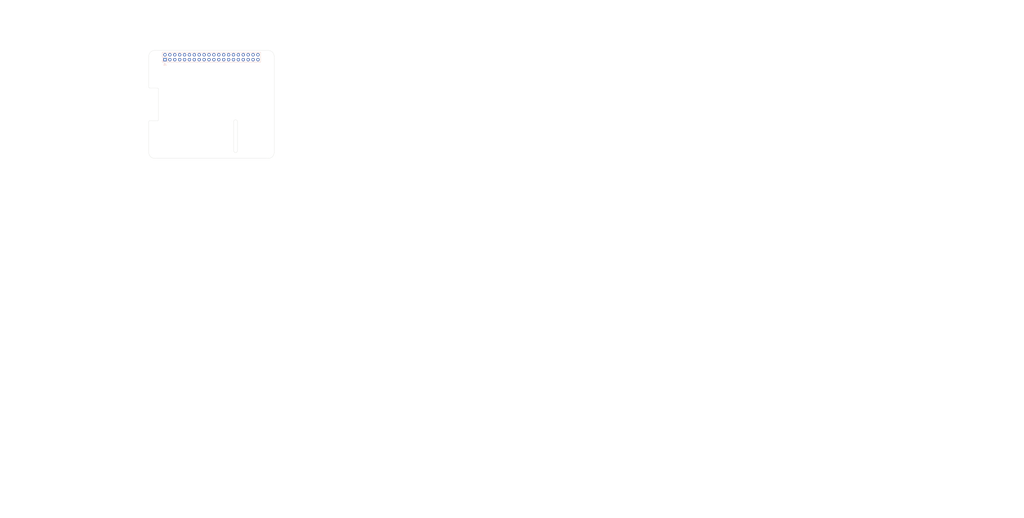
<source format=kicad_pcb>
(kicad_pcb (version 20240108) (generator "pcbnew") (generator_version "8.0")
  (title_block (title "RASPBERRY PI") (date "2025-01-28") (rev "Rev1.01") (company "FELOLUX") (comment 4 "PETER"))
  (layers (0 "F.Cu" signal) (31 "B.Cu" signal) (34 "B.Paste" user) (35 "F.Paste" user) (36 "B.SilkS" user "B.Silkscreen") (37 "F.SilkS" user "F.Silkscreen") (38 "B.Mask" user) (39 "F.Mask" user) (44 "Edge.Cuts" user))
  (net 0 "")
  (net 1 "GND")
  (net 2 "/GPIO2{slash}SDA1")
  (net 3 "/GPIO3{slash}SCL1")
  (net 4 "/GPIO4{slash}GPCLK0")
  (net 5 "/GPIO14{slash}TXD0")
  (net 6 "/GPIO15{slash}RXD0")
  (net 7 "/GPIO17")
  (net 8 "/GPIO18{slash}PCM.CLK")
  (net 9 "/GPIO27")
  (net 10 "/GPIO22")
  (net 11 "/GPIO23")
  (net 12 "/GPIO24")
  (net 13 "/GPIO10{slash}SPI0.MOSI")
  (net 14 "/GPIO9{slash}SPI0.MISO")
  (net 15 "/GPIO25")
  (net 16 "/GPIO11{slash}SPI0.SCLK")
  (net 17 "/GPIO8{slash}SPI0.CE0")
  (net 18 "/GPIO7{slash}SPI0.CE1")
  (net 19 "/ID_SDA")
  (net 20 "/ID_SCL")
  (net 21 "/GPIO5")
  (net 22 "/GPIO6")
  (net 23 "/GPIO12{slash}PWM0")
  (net 24 "/GPIO13{slash}PWM1")
  (net 25 "/GPIO19{slash}PCM.FS")
  (net 26 "/GPIO16")
  (net 27 "/GPIO26")
  (net 28 "/GPIO20{slash}PCM.DIN")
  (net 29 "/GPIO21{slash}PCM.DOUT")
  (net 30 "+5V")
  (net 31 "+3V3")
  (footprint "MountingHole:MountingHole_2.7mm_M2.5" (layer "F.Cu") (at 161.5 47.5)
    (property "Reference" "MH2" (hide yes))
    (property "Value" "MountingHole_2.7mm_M2.5" (hide yes))
    (pad "" np_thru_hole circle (at 0 0) (size 2.7 2.7) (drill 2.7) (layers "*.Cu" "*.Mask"))
  )
  (footprint "MountingHole:MountingHole_2.7mm_M2.5" (layer "F.Cu") (at 103.5 96.5)
    (property "Reference" "MH3" (hide yes))
    (property "Value" "MountingHole_2.7mm_M2.5" (hide yes))
    (pad "" np_thru_hole circle (at 0 0) (size 2.7 2.7) (drill 2.7) (layers "*.Cu" "*.Mask"))
  )
  (footprint "MountingHole:MountingHole_2.7mm_M2.5" (layer "F.Cu") (at 103.5 47.5)
    (property "Reference" "MH1" (hide yes))
    (property "Value" "MountingHole_2.7mm_M2.5" (hide yes))
    (pad "" np_thru_hole circle (at 0 0) (size 2.7 2.7) (drill 2.7) (layers "*.Cu" "*.Mask"))
  )
  (footprint "MountingHole:MountingHole_2.7mm_M2.5" (layer "F.Cu") (at 161.5 96.5)
    (property "Reference" "MH4" (hide yes))
    (property "Value" "MountingHole_2.7mm_M2.5" (hide yes))
    (pad "" np_thru_hole circle (at 0 0) (size 2.7 2.7) (drill 2.7) (layers "*.Cu" "*.Mask"))
  )
  (footprint "Connector_PinSocket_2.54mm:PinSocket_2x20_P2.54mm_Vertical" (layer "B.Cu") (at 108.37 48.77 -90)
    (property "Reference" "J1" (at 2.5 0 0) (layer "B.SilkS") (effects (justify mirror)))
    (property "Value" "GPIO")
    (fp_line (start -3.87 1.33) (end -1.27 1.33) (stroke (width 0.12)) (layer "B.SilkS"))
    (fp_line (start -3.87 1.33) (end -3.87 -49.59) (stroke (width 0.12)) (layer "B.SilkS"))
    (fp_line (start -1.27 1.33) (end -1.27 -1.27) (stroke (width 0.12)) (layer "B.SilkS"))
    (fp_line (start 0 1.33) (end 1.33 1.33) (stroke (width 0.12)) (layer "B.SilkS"))
    (fp_line (start 1.33 1.33) (end 1.33 0) (stroke (width 0.12)) (layer "B.SilkS"))
    (fp_line (start -1.27 -1.27) (end 1.33 -1.27) (stroke (width 0.12)) (layer "B.SilkS"))
    (fp_line (start 1.33 -1.27) (end 1.33 -49.59) (stroke (width 0.12)) (layer "B.SilkS"))
    (fp_line (start -3.87 -49.59) (end 1.33 -49.59) (stroke (width 0.12)) (layer "B.SilkS"))
    (pad "1" thru_hole rect (at 0 0 270) (size 1.7 1.7) (drill 1) (layers "*.Cu" "*.Mask") (net 31 "+3V3"))
    (pad "2" thru_hole oval (at -2.54 0 270) (size 1.7 1.7) (drill 1) (layers "*.Cu" "*.Mask") (net 30 "+5V"))
    (pad "3" thru_hole oval (at 0 -2.54 270) (size 1.7 1.7) (drill 1) (layers "*.Cu" "*.Mask") (net 2 "/GPIO2{slash}SDA1"))
    (pad "4" thru_hole oval (at -2.54 -2.54 270) (size 1.7 1.7) (drill 1) (layers "*.Cu" "*.Mask") (net 30 "+5V"))
    (pad "5" thru_hole oval (at 0 -5.08 270) (size 1.7 1.7) (drill 1) (layers "*.Cu" "*.Mask") (net 3 "/GPIO3{slash}SCL1"))
    (pad "6" thru_hole oval (at -2.54 -5.08 270) (size 1.7 1.7) (drill 1) (layers "*.Cu" "*.Mask") (net 1 "GND"))
    (pad "7" thru_hole oval (at 0 -7.62 270) (size 1.7 1.7) (drill 1) (layers "*.Cu" "*.Mask") (net 4 "/GPIO4{slash}GPCLK0"))
    (pad "8" thru_hole oval (at -2.54 -7.62 270) (size 1.7 1.7) (drill 1) (layers "*.Cu" "*.Mask") (net 5 "/GPIO14{slash}TXD0"))
    (pad "9" thru_hole oval (at 0 -10.16 270) (size 1.7 1.7) (drill 1) (layers "*.Cu" "*.Mask") (net 1 "GND"))
    (pad "10" thru_hole oval (at -2.54 -10.16 270) (size 1.7 1.7) (drill 1) (layers "*.Cu" "*.Mask") (net 6 "/GPIO15{slash}RXD0"))
    (pad "11" thru_hole oval (at 0 -12.7 270) (size 1.7 1.7) (drill 1) (layers "*.Cu" "*.Mask") (net 7 "/GPIO17"))
    (pad "12" thru_hole oval (at -2.54 -12.7 270) (size 1.7 1.7) (drill 1) (layers "*.Cu" "*.Mask") (net 8 "/GPIO18{slash}PCM.CLK"))
    (pad "13" thru_hole oval (at 0 -15.24 270) (size 1.7 1.7) (drill 1) (layers "*.Cu" "*.Mask") (net 9 "/GPIO27"))
    (pad "14" thru_hole oval (at -2.54 -15.24 270) (size 1.7 1.7) (drill 1) (layers "*.Cu" "*.Mask") (net 1 "GND"))
    (pad "15" thru_hole oval (at 0 -17.78 270) (size 1.7 1.7) (drill 1) (layers "*.Cu" "*.Mask") (net 10 "/GPIO22"))
    (pad "16" thru_hole oval (at -2.54 -17.78 270) (size 1.7 1.7) (drill 1) (layers "*.Cu" "*.Mask") (net 11 "/GPIO23"))
    (pad "17" thru_hole oval (at 0 -20.32 270) (size 1.7 1.7) (drill 1) (layers "*.Cu" "*.Mask") (net 31 "+3V3"))
    (pad "18" thru_hole oval (at -2.54 -20.32 270) (size 1.7 1.7) (drill 1) (layers "*.Cu" "*.Mask") (net 12 "/GPIO24"))
    (pad "19" thru_hole oval (at 0 -22.86 270) (size 1.7 1.7) (drill 1) (layers "*.Cu" "*.Mask") (net 13 "/GPIO10{slash}SPI0.MOSI"))
    (pad "20" thru_hole oval (at -2.54 -22.86 270) (size 1.7 1.7) (drill 1) (layers "*.Cu" "*.Mask") (net 1 "GND"))
    (pad "21" thru_hole oval (at 0 -25.4 270) (size 1.7 1.7) (drill 1) (layers "*.Cu" "*.Mask") (net 14 "/GPIO9{slash}SPI0.MISO"))
    (pad "22" thru_hole oval (at -2.54 -25.4 270) (size 1.7 1.7) (drill 1) (layers "*.Cu" "*.Mask") (net 15 "/GPIO25"))
    (pad "23" thru_hole oval (at 0 -27.94 270) (size 1.7 1.7) (drill 1) (layers "*.Cu" "*.Mask") (net 16 "/GPIO11{slash}SPI0.SCLK"))
    (pad "24" thru_hole oval (at -2.54 -27.94 270) (size 1.7 1.7) (drill 1) (layers "*.Cu" "*.Mask") (net 17 "/GPIO8{slash}SPI0.CE0"))
    (pad "25" thru_hole oval (at 0 -30.48 270) (size 1.7 1.7) (drill 1) (layers "*.Cu" "*.Mask") (net 1 "GND"))
    (pad "26" thru_hole oval (at -2.54 -30.48 270) (size 1.7 1.7) (drill 1) (layers "*.Cu" "*.Mask") (net 18 "/GPIO7{slash}SPI0.CE1"))
    (pad "27" thru_hole oval (at 0 -33.02 270) (size 1.7 1.7) (drill 1) (layers "*.Cu" "*.Mask") (net 19 "/ID_SDA"))
    (pad "28" thru_hole oval (at -2.54 -33.02 270) (size 1.7 1.7) (drill 1) (layers "*.Cu" "*.Mask") (net 20 "/ID_SCL"))
    (pad "29" thru_hole oval (at 0 -35.56 270) (size 1.7 1.7) (drill 1) (layers "*.Cu" "*.Mask") (net 21 "/GPIO5"))
    (pad "30" thru_hole oval (at -2.54 -35.56 270) (size 1.7 1.7) (drill 1) (layers "*.Cu" "*.Mask") (net 1 "GND"))
    (pad "31" thru_hole oval (at 0 -38.1 270) (size 1.7 1.7) (drill 1) (layers "*.Cu" "*.Mask") (net 22 "/GPIO6"))
    (pad "32" thru_hole oval (at -2.54 -38.1 270) (size 1.7 1.7) (drill 1) (layers "*.Cu" "*.Mask") (net 23 "/GPIO12{slash}PWM0"))
    (pad "33" thru_hole oval (at 0 -40.64 270) (size 1.7 1.7) (drill 1) (layers "*.Cu" "*.Mask") (net 24 "/GPIO13{slash}PWM1"))
    (pad "34" thru_hole oval (at -2.54 -40.64 270) (size 1.7 1.7) (drill 1) (layers "*.Cu" "*.Mask") (net 1 "GND"))
    (pad "35" thru_hole oval (at 0 -43.18 270) (size 1.7 1.7) (drill 1) (layers "*.Cu" "*.Mask") (net 25 "/GPIO19{slash}PCM.FS"))
    (pad "36" thru_hole oval (at -2.54 -43.18 270) (size 1.7 1.7) (drill 1) (layers "*.Cu" "*.Mask") (net 26 "/GPIO16"))
    (pad "37" thru_hole oval (at 0 -45.72 270) (size 1.7 1.7) (drill 1) (layers "*.Cu" "*.Mask") (net 27 "/GPIO26"))
    (pad "38" thru_hole oval (at -2.54 -45.72 270) (size 1.7 1.7) (drill 1) (layers "*.Cu" "*.Mask") (net 28 "/GPIO20{slash}PCM.DIN"))
    (pad "39" thru_hole oval (at 0 -48.26 270) (size 1.7 1.7) (drill 1) (layers "*.Cu" "*.Mask") (net 1 "GND"))
    (pad "40" thru_hole oval (at -2.54 -48.26 270) (size 1.7 1.7) (drill 1) (layers "*.Cu" "*.Mask") (net 29 "/GPIO21{slash}PCM.DOUT"))
  )
  (gr_arc (start 100.5 63.5) (mid 100.146447 63.353553) (end 100 63) (stroke (width 0.1)) (layer "Edge.Cuts"))
  (gr_arc (start 162 44) (mid 164.12132 44.87868) (end 165 47) (stroke (width 0.1)) (layer "Edge.Cuts"))
  (gr_line (start 165 97) (end 165 47) (stroke (width 0.1)) (layer "Edge.Cuts"))
  (gr_line (start 100 47) (end 100 63) (stroke (width 0.1)) (layer "Edge.Cuts"))
  (gr_line (start 146 81) (end 146 96) (stroke (width 0.1)) (layer "Edge.Cuts"))
  (gr_line (start 144 96) (end 144 81) (stroke (width 0.1)) (layer "Edge.Cuts"))
  (gr_arc (start 103 100) (mid 100.87868 99.12132) (end 100 97) (stroke (width 0.1)) (layer "Edge.Cuts"))
  (gr_line (start 103 100) (end 162 100) (stroke (width 0.1)) (layer "Edge.Cuts"))
  (gr_line (start 104.5 80.5) (end 100.5 80.5) (stroke (width 0.1)) (layer "Edge.Cuts"))
  (gr_arc (start 144 81) (mid 145 80) (end 146 81) (stroke (width 0.1)) (layer "Edge.Cuts"))
  (gr_arc (start 100 81) (mid 100.146138 80.646755) (end 100.499127 80.500001) (stroke (width 0.1)) (layer "Edge.Cuts"))
  (gr_arc (start 165 97) (mid 164.12132 99.12132) (end 162 100) (stroke (width 0.1)) (layer "Edge.Cuts"))
  (gr_line (start 105 64) (end 105 80) (stroke (width 0.1)) (layer "Edge.Cuts"))
  (gr_arc (start 100 47) (mid 100.87868 44.87868) (end 103 44) (stroke (width 0.1)) (layer "Edge.Cuts"))
  (gr_arc (start 146 96) (mid 145 97) (end 144 96) (stroke (width 0.1)) (layer "Edge.Cuts"))
  (gr_line (start 100 81) (end 100 97) (stroke (width 0.1)) (layer "Edge.Cuts"))
  (gr_line (start 100.5 63.5) (end 104.5 63.5) (stroke (width 0.1)) (layer "Edge.Cuts"))
  (gr_arc (start 105 80) (mid 104.853553 80.353553) (end 104.5 80.5) (stroke (width 0.1)) (layer "Edge.Cuts"))
  (gr_arc (start 104.5 63.5) (mid 104.853553 63.646447) (end 105 64) (stroke (width 0.1)) (layer "Edge.Cuts"))
  (gr_line (start 162 44) (end 103 44) (stroke (width 0.1)) (layer "Edge.Cuts"))
)
</source>
